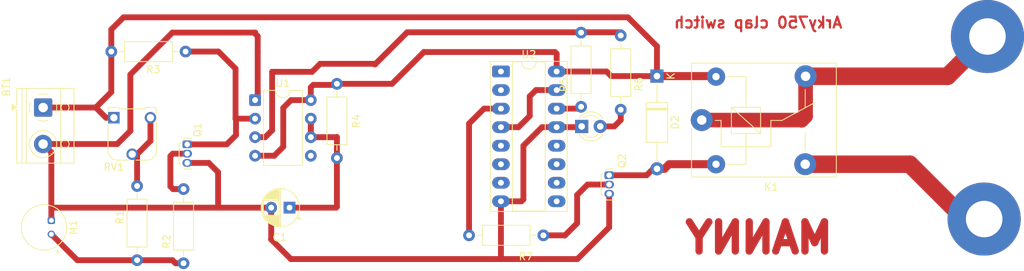
<source format=kicad_pcb>
(kicad_pcb (version 20241229) (generator "pcbnew") (generator_version "9.0")
  (layers (0 "F.Cu" signal) (2 "B.Cu" signal) (13 "F.Paste" user) (15 "B.Paste" user) (5 "F.SilkS" user "F.Silkscreen") (7 "B.SilkS" user "B.Silkscreen") (1 "F.Mask" user) (3 "B.Mask" user) (25 "Edge.Cuts" user))
  (net 0 "")
  (net 1 "Net-(U1-DIS)")
  (net 2 "Net-(D1-A)")
  (net 3 "Net-(D2-A)")
  (net 4 "Net-(M1-+)")
  (net 5 "Net-(Q1-C)")
  (net 6 "Net-(Q1-B)")
  (net 7 "Net-(Q2-B)")
  (net 8 "Net-(R1-Pad1)")
  (net 9 "Net-(U2-CLK)")
  (net 10 "Net-(U1-Q)")
  (net 11 "Net-(U2-Q0)")
  (net 13 "Net-(U2-Q2)")
  (net 23 "GND")
  (net 24 "VCC")
  (net 25 "K1")
  (net 26 "K2")
  (footprint "Diode_THT:D_A-405_P12.70mm_Horizontal" (layer "F.Cu") (at 205.915 46.285 -90)
    (property "Reference" "D2" (at 6.35 -2.47 90) (layer "F.SilkS"))
    (property "Value" "D" (hide yes))
    (fp_line (start 3.63 1.47) (end 9.07 1.47) (stroke (width 0.12)) (layer "F.SilkS"))
    (fp_line (start 9.07 1.47) (end 9.07 -1.47) (stroke (width 0.12)) (layer "F.SilkS"))
    (fp_line (start 1.14 0) (end 3.63 0) (stroke (width 0.12)) (layer "F.SilkS"))
    (fp_line (start 11.56 0) (end 9.07 0) (stroke (width 0.12)) (layer "F.SilkS"))
    (fp_line (start 3.63 -1.47) (end 3.63 1.47) (stroke (width 0.12)) (layer "F.SilkS"))
    (fp_line (start 4.41 -1.47) (end 4.41 1.47) (stroke (width 0.12)) (layer "F.SilkS"))
    (fp_line (start 4.53 -1.47) (end 4.53 1.47) (stroke (width 0.12)) (layer "F.SilkS"))
    (fp_line (start 4.65 -1.47) (end 4.65 1.47) (stroke (width 0.12)) (layer "F.SilkS"))
    (fp_line (start 9.07 -1.47) (end 3.63 -1.47) (stroke (width 0.12)) (layer "F.SilkS"))
    (fp_text user "K" (at 0 -1.9 90) (layer "F.SilkS"))
    (pad "1" thru_hole rect (at 0 0 270) (size 1.8 1.8) (drill 0.9) (layers "*.Cu" "*.Mask") (net 24 "VCC"))
    (pad "2" thru_hole oval (at 12.7 0 270) (size 1.8 1.8) (drill 0.9) (layers "*.Cu" "*.Mask") (net 3 "Net-(D2-A)"))
  )
  (footprint "Package_TO_SOT_THT:TO-92Flat" (layer "F.Cu") (at 141.675 55.64 -90)
    (property "Reference" "Q1" (at -1.99 -1.415 90) (layer "F.SilkS"))
    (property "Value" "NPN")
    (fp_line (start -0.01 1.1) (end 2.59 1.1) (stroke (width 0.12)) (layer "F.SilkS"))
    (fp_line (start -0.01 1.1) (end -0.26 0.85) (stroke (width 0.12)) (layer "F.SilkS"))
    (fp_line (start 2.59 1.1) (end 2.84 0.85) (stroke (width 0.12)) (layer "F.SilkS"))
    (fp_line (start -0.71 0.45) (end -0.86 0.3) (stroke (width 0.12)) (layer "F.SilkS"))
    (fp_line (start 3.24 0.45) (end 3.39 0.3) (stroke (width 0.12)) (layer "F.SilkS"))
    (fp_line (start -0.86 0.3) (end -0.86 -0.65) (stroke (width 0.12)) (layer "F.SilkS"))
    (fp_line (start 3.39 -0.65) (end 3.39 0.3) (stroke (width 0.12)) (layer "F.SilkS"))
    (pad "1" thru_hole roundrect (at 0 0 270) (size 1.05 1.3) (drill 0.75) (layers "*.Cu" "*.Mask") (roundrect_rratio 0.238) (net 5 "Net-(Q1-C)"))
    (pad "2" thru_hole oval (at 1.27 0 270) (size 1.05 1.3) (drill 0.75) (layers "*.Cu" "*.Mask") (net 6 "Net-(Q1-B)"))
    (pad "3" thru_hole oval (at 2.54 0 270) (size 1.05 1.3) (drill 0.75) (layers "*.Cu" "*.Mask") (net 23 "GND"))
  )
  (footprint "Resistor_THT:R_Axial_DIN0207_L6.3mm_D2.5mm_P10.16mm_Horizontal" (layer "F.Cu") (at 180.22 68.1)
    (property "Reference" "R7" (at 7.77 2.9 0) (layer "F.SilkS"))
    (property "Value" "1K")
    (fp_line (start 1.04 0) (end 1.81 0) (stroke (width 0.12)) (layer "F.SilkS"))
    (fp_line (start 1.81 -1.37) (end 1.81 1.37) (stroke (width 0.12)) (layer "F.SilkS"))
    (fp_line (start 1.81 1.37) (end 8.35 1.37) (stroke (width 0.12)) (layer "F.SilkS"))
    (fp_line (start 8.35 -1.37) (end 1.81 -1.37) (stroke (width 0.12)) (layer "F.SilkS"))
    (fp_line (start 8.35 1.37) (end 8.35 -1.37) (stroke (width 0.12)) (layer "F.SilkS"))
    (fp_line (start 9.12 0) (end 8.35 0) (stroke (width 0.12)) (layer "F.SilkS"))
    (pad "1" thru_hole circle (at 0 0) (size 1.6 1.6) (drill 0.8) (layers "*.Cu" "*.Mask") (net 11 "Net-(U2-Q0)"))
    (pad "2" thru_hole oval (at 10.16 0) (size 1.6 1.6) (drill 0.8) (layers "*.Cu" "*.Mask") (net 7 "Net-(Q2-B)"))
  )
  (footprint "Resistor_THT:R_Axial_DIN0207_L6.3mm_D2.5mm_P10.16mm_Horizontal" (layer "F.Cu") (at 195.54 50.49 90)
    (property "Reference" "R5" (at 2.99 -2.355 90) (layer "F.SilkS"))
    (property "Value" "1K")
    (fp_line (start 8.35 -1.37) (end 1.81 -1.37) (stroke (width 0.12)) (layer "F.SilkS"))
    (fp_line (start 1.81 -1.37) (end 1.81 1.37) (stroke (width 0.12)) (layer "F.SilkS"))
    (fp_line (start 9.12 0) (end 8.35 0) (stroke (width 0.12)) (layer "F.SilkS"))
    (fp_line (start 1.04 0) (end 1.81 0) (stroke (width 0.12)) (layer "F.SilkS"))
    (fp_line (start 8.35 1.37) (end 8.35 -1.37) (stroke (width 0.12)) (layer "F.SilkS"))
    (fp_line (start 1.81 1.37) (end 8.35 1.37) (stroke (width 0.12)) (layer "F.SilkS"))
    (pad "1" thru_hole circle (at 0 0 90) (size 1.6 1.6) (drill 0.8) (layers "*.Cu" "*.Mask") (net 9 "Net-(U2-CLK)"))
    (pad "2" thru_hole oval (at 10.16 0 90) (size 1.6 1.6) (drill 0.8) (layers "*.Cu" "*.Mask") (net 10 "Net-(U1-Q)"))
  )
  (footprint "Resistor_THT:R_Axial_DIN0207_L6.3mm_D2.5mm_P10.16mm_Horizontal" (layer "F.Cu") (at 200.96 40.73 -90)
    (property "Reference" "R6" (at 6.67 -2.465 90) (layer "F.SilkS"))
    (property "Value" "330")
    (fp_line (start 1.81 1.37) (end 8.35 1.37) (stroke (width 0.12)) (layer "F.SilkS"))
    (fp_line (start 8.35 1.37) (end 8.35 -1.37) (stroke (width 0.12)) (layer "F.SilkS"))
    (fp_line (start 1.04 0) (end 1.81 0) (stroke (width 0.12)) (layer "F.SilkS"))
    (fp_line (start 9.12 0) (end 8.35 0) (stroke (width 0.12)) (layer "F.SilkS"))
    (fp_line (start 1.81 -1.37) (end 1.81 1.37) (stroke (width 0.12)) (layer "F.SilkS"))
    (fp_line (start 8.35 -1.37) (end 1.81 -1.37) (stroke (width 0.12)) (layer "F.SilkS"))
    (pad "1" thru_hole circle (at 0 0 270) (size 1.6 1.6) (drill 0.8) (layers "*.Cu" "*.Mask") (net 10 "Net-(U1-Q)"))
    (pad "2" thru_hole oval (at 10.16 0 270) (size 1.6 1.6) (drill 0.8) (layers "*.Cu" "*.Mask") (net 2 "Net-(D1-A)"))
  )
  (footprint "Resistor_THT:R_Axial_DIN0207_L6.3mm_D2.5mm_P10.16mm_Horizontal" (layer "F.Cu") (at 134.825 61.345 -90)
    (property "Reference" "R1" (at 4.285 2.355 90) (layer "F.SilkS"))
    (property "Value" "10K")
    (fp_line (start 1.81 1.37) (end 8.35 1.37) (stroke (width 0.12)) (layer "F.SilkS"))
    (fp_line (start 8.35 1.37) (end 8.35 -1.37) (stroke (width 0.12)) (layer "F.SilkS"))
    (fp_line (start 1.04 0) (end 1.81 0) (stroke (width 0.12)) (layer "F.SilkS"))
    (fp_line (start 9.12 0) (end 8.35 0) (stroke (width 0.12)) (layer "F.SilkS"))
    (fp_line (start 1.81 -1.37) (end 1.81 1.37) (stroke (width 0.12)) (layer "F.SilkS"))
    (fp_line (start 8.35 -1.37) (end 1.81 -1.37) (stroke (width 0.12)) (layer "F.SilkS"))
    (pad "1" thru_hole circle (at 0 0 270) (size 1.6 1.6) (drill 0.8) (layers "*.Cu" "*.Mask") (net 8 "Net-(R1-Pad1)"))
    (pad "2" thru_hole oval (at 10.16 0 270) (size 1.6 1.6) (drill 0.8) (layers "*.Cu" "*.Mask") (net 4 "Net-(M1-+)"))
  )
  (footprint "Package_DIP:DIP-8_W7.62mm" (layer "F.Cu") (at 150.96 49.575)
    (property "Reference" "U1" (at 3.81 -2.33 0) (layer "F.SilkS"))
    (property "Value" "NE555P")
    (fp_line (start 1.16 -1.33) (end 1.16 8.95) (stroke (width 0.12)) (layer "F.SilkS"))
    (fp_line (start 1.16 8.95) (end 6.46 8.95) (stroke (width 0.12)) (layer "F.SilkS"))
    (fp_line (start 2.81 -1.33) (end 1.16 -1.33) (stroke (width 0.12)) (layer "F.SilkS"))
    (fp_line (start 6.46 -1.33) (end 4.81 -1.33) (stroke (width 0.12)) (layer "F.SilkS"))
    (fp_line (start 6.46 8.95) (end 6.46 -1.33) (stroke (width 0.12)) (layer "F.SilkS"))
    (fp_arc (start 4.81 -1.33) (mid 3.81 -0.33) (end 2.81 -1.33) (stroke (width 0.12)) (layer "F.SilkS"))
    (pad "1" thru_hole roundrect (at 0 0) (size 1.6 1.6) (drill 0.8) (layers "*.Cu" "*.Mask") (roundrect_rratio 0.15625) (net 23 "GND"))
    (pad "2" thru_hole circle (at 0 2.54) (size 1.6 1.6) (drill 0.8) (layers "*.Cu" "*.Mask") (net 5 "Net-(Q1-C)"))
    (pad "3" thru_hole circle (at 0 5.08) (size 1.6 1.6) (drill 0.8) (layers "*.Cu" "*.Mask") (net 10 "Net-(U1-Q)"))
    (pad "4" thru_hole circle (at 0 7.62) (size 1.6 1.6) (drill 0.8) (layers "*.Cu" "*.Mask") (net 24 "VCC"))
    (pad "5" thru_hole circle (at 7.62 7.62) (size 1.6 1.6) (drill 0.8) (layers "*.Cu" "*.Mask"))
    (pad "6" thru_hole circle (at 7.62 5.08) (size 1.6 1.6) (drill 0.8) (layers "*.Cu" "*.Mask") (net 1 "Net-(U1-DIS)"))
    (pad "7" thru_hole circle (at 7.62 2.54) (size 1.6 1.6) (drill 0.8) (layers "*.Cu" "*.Mask") (net 1 "Net-(U1-DIS)"))
    (pad "8" thru_hole circle (at 7.62 0) (size 1.6 1.6) (drill 0.8) (layers "*.Cu" "*.Mask") (net 24 "VCC"))
  )
  (footprint "Package_TO_SOT_THT:TO-92Flat" (layer "F.Cu") (at 199.38 59.87 -90)
    (property "Reference" "Q2" (at -1.98 -1.78 90) (layer "F.SilkS"))
    (property "Value" "NPN")
    (fp_line (start -0.01 1.1) (end 2.59 1.1) (stroke (width 0.12)) (layer "F.SilkS"))
    (fp_line (start -0.01 1.1) (end -0.26 0.85) (stroke (width 0.12)) (layer "F.SilkS"))
    (fp_line (start 2.59 1.1) (end 2.84 0.85) (stroke (width 0.12)) (layer "F.SilkS"))
    (fp_line (start -0.71 0.45) (end -0.86 0.3) (stroke (width 0.12)) (layer "F.SilkS"))
    (fp_line (start 3.24 0.45) (end 3.39 0.3) (stroke (width 0.12)) (layer "F.SilkS"))
    (fp_line (start -0.86 0.3) (end -0.86 -0.65) (stroke (width 0.12)) (layer "F.SilkS"))
    (fp_line (start 3.39 -0.65) (end 3.39 0.3) (stroke (width 0.12)) (layer "F.SilkS"))
    (pad "1" thru_hole roundrect (at 0 0 270) (size 1.05 1.3) (drill 0.75) (layers "*.Cu" "*.Mask") (roundrect_rratio 0.238) (net 3 "Net-(D2-A)"))
    (pad "2" thru_hole oval (at 1.27 0 270) (size 1.05 1.3) (drill 0.75) (layers "*.Cu" "*.Mask") (net 7 "Net-(Q2-B)"))
    (pad "3" thru_hole oval (at 2.54 0 270) (size 1.05 1.3) (drill 0.75) (layers "*.Cu" "*.Mask") (net 23 "GND"))
  )
  (footprint "Resistor_THT:R_Axial_DIN0207_L6.3mm_D2.5mm_P10.16mm_Horizontal" (layer "F.Cu") (at 141.175 61.765 -90)
    (property "Reference" "R2" (at 7.195 2.305 90) (layer "F.SilkS"))
    (property "Value" "1K")
    (fp_line (start 1.81 1.37) (end 8.35 1.37) (stroke (width 0.12)) (layer "F.SilkS"))
    (fp_line (start 8.35 1.37) (end 8.35 -1.37) (stroke (width 0.12)) (layer "F.SilkS"))
    (fp_line (start 1.04 0) (end 1.81 0) (stroke (width 0.12)) (layer "F.SilkS"))
    (fp_line (start 9.12 0) (end 8.35 0) (stroke (width 0.12)) (layer "F.SilkS"))
    (fp_line (start 1.81 -1.37) (end 1.81 1.37) (stroke (width 0.12)) (layer "F.SilkS"))
    (fp_line (start 8.35 -1.37) (end 1.81 -1.37) (stroke (width 0.12)) (layer "F.SilkS"))
    (pad "1" thru_hole circle (at 0 0 270) (size 1.6 1.6) (drill 0.8) (layers "*.Cu" "*.Mask") (net 6 "Net-(Q1-B)"))
    (pad "2" thru_hole oval (at 10.16 0 270) (size 1.6 1.6) (drill 0.8) (layers "*.Cu" "*.Mask") (net 4 "Net-(M1-+)"))
  )
  (footprint "LED_THT:LED_D3.0mm_Clear" (layer "F.Cu") (at 195.62 53.18)
    (property "Reference" "D1" (hide yes))
    (property "Value" "LED")
    (fp_line (start -0.29 -1.236) (end -0.29 -1.08) (stroke (width 0.12)) (layer "F.SilkS"))
    (fp_line (start -0.29 1.08) (end -0.29 1.236) (stroke (width 0.12)) (layer "F.SilkS"))
    (fp_arc (start -0.29 -1.235516) (mid 1.365624 -1.987701) (end 2.941397 -1.080061) (stroke (width 0.12)) (layer "F.SilkS"))
    (fp_arc (start 0.229039 -1.08) (mid 1.269964 -1.5) (end 2.31091 -1.080049) (stroke (width 0.12)) (layer "F.SilkS"))
    (fp_arc (start 2.31091 1.080049) (mid 1.269964 1.5) (end 0.229039 1.08) (stroke (width 0.12)) (layer "F.SilkS"))
    (fp_arc (start 2.941397 1.080061) (mid 1.365624 1.987701) (end -0.29 1.235516) (stroke (width 0.12)) (layer "F.SilkS"))
    (pad "1" thru_hole rect (at 0 0) (size 1.8 1.8) (drill 0.9) (layers "*.Cu" "*.Mask") (net 23 "GND"))
    (pad "2" thru_hole circle (at 2.54 0) (size 1.8 1.8) (drill 0.9) (layers "*.Cu" "*.Mask") (net 2 "Net-(D1-A)"))
  )
  (footprint "Capacitor_THT:CP_Radial_D5.0mm_P2.50mm" (layer "F.Cu") (at 155.665 64.31 180)
    (property "Reference" "C1" (at 1.330112 -4.075 0) (layer "F.SilkS"))
    (property "Value" "C_Polarized" (hide yes))
    (fp_line (start 3.851 -0.284) (end 3.851 0.284) (stroke (width 0.12)) (layer "F.SilkS"))
    (fp_line (start 3.811 -0.518) (end 3.811 0.518) (stroke (width 0.12)) (layer "F.SilkS"))
    (fp_line (start 3.771 -0.677) (end 3.771 0.677) (stroke (width 0.12)) (layer "F.SilkS"))
    (fp_line (start 3.731 -0.805) (end 3.731 0.805) (stroke (width 0.12)) (layer "F.SilkS"))
    (fp_line (start 3.691 -0.915) (end 3.691 0.915) (stroke (width 0.12)) (layer "F.SilkS"))
    (fp_line (start 3.651 -1.011) (end 3.651 1.011) (stroke (width 0.12)) (layer "F.SilkS"))
    (fp_line (start 3.611 -1.098) (end 3.611 1.098) (stroke (width 0.12)) (layer "F.SilkS"))
    (fp_line (start 3.571 -1.178) (end 3.571 1.178) (stroke (width 0.12)) (layer "F.SilkS"))
    (fp_line (start 3.531 1.04) (end 3.531 1.251) (stroke (width 0.12)) (layer "F.SilkS"))
    (fp_line (start 3.531 -1.251) (end 3.531 -1.04) (stroke (width 0.12)) (layer "F.SilkS"))
    (fp_line (start 3.491 1.04) (end 3.491 1.319) (stroke (width 0.12)) (layer "F.SilkS"))
    (fp_line (start 3.491 -1.319) (end 3.491 -1.04) (stroke (width 0.12)) (layer "F.SilkS"))
    (fp_line (start 3.451 1.04) (end 3.451 1.383) (stroke (width 0.12)) (layer "F.SilkS"))
    (fp_line (start 3.451 -1.383) (end 3.451 -1.04) (stroke (width 0.12)) (layer "F.SilkS"))
    (fp_line (start 3.411 1.04) (end 3.411 1.443) (stroke (width 0.12)) (layer "F.SilkS"))
    (fp_line (start 3.411 -1.443) (end 3.411 -1.04) (stroke (width 0.12)) (layer "F.SilkS"))
    (fp_line (start 3.371 1.04) (end 3.371 1.5) (stroke (width 0.12)) (layer "F.SilkS"))
    (fp_line (start 3.371 -1.5) (end 3.371 -1.04) (stroke (width 0.12)) (layer "F.SilkS"))
    (fp_line (start 3.331 1.04) (end 3.331 1.554) (stroke (width 0.12)) (layer "F.SilkS"))
    (fp_line (start 3.331 -1.554) (end 3.331 -1.04) (stroke (width 0.12)) (layer "F.SilkS"))
    (fp_line (start 3.291 1.04) (end 3.291 1.605) (stroke (width 0.12)) (layer "F.SilkS"))
    (fp_line (start 3.291 -1.605) (end 3.291 -1.04) (stroke (width 0.12)) (layer "F.SilkS"))
    (fp_line (start 3.251 1.04) (end 3.251 1.653) (stroke (width 0.12)) (layer "F.SilkS"))
    (fp_line (start 3.251 -1.653) (end 3.251 -1.04) (stroke (width 0.12)) (layer "F.SilkS"))
    (fp_line (start 3.211 1.04) (end 3.211 1.699) (stroke (width 0.12)) (layer "F.SilkS"))
    (fp_line (start 3.211 -1.699) (end 3.211 -1.04) (stroke (width 0.12)) (layer "F.SilkS"))
    (fp_line (start 3.171 1.04) (end 3.171 1.743) (stroke (width 0.12)) (layer "F.SilkS"))
    (fp_line (start 3.171 -1.743) (end 3.171 -1.04) (stroke (width 0.12)) (layer "F.SilkS"))
    (fp_line (start 3.131 1.04) (end 3.131 1.785) (stroke (width 0.12)) (layer "F.SilkS"))
    (fp_line (start 3.131 -1.785) (end 3.131 -1.04) (stroke (width 0.12)) (layer "F.SilkS"))
    (fp_line (start 3.091 1.04) (end 3.091 1.826) (stroke (width 0.12)) (layer "F.SilkS"))
    (fp_line (start 3.091 -1.826) (end 3.091 -1.04) (stroke (width 0.12)) (layer "F.SilkS"))
    (fp_line (start 3.051 1.04) (end 3.051 1.864) (stroke (width 0.12)) (layer "F.SilkS"))
    (fp_line (start 3.051 -1.864) (end 3.051 -1.04) (stroke (width 0.12)) (layer "F.SilkS"))
    (fp_line (start 3.011 1.04) (end 3.011 1.901) (stroke (width 0.12)) (layer "F.SilkS"))
    (fp_line (start 3.011 -1.901) (end 3.011 -1.04) (stroke (width 0.12)) (layer "F.SilkS"))
    (fp_line (start 2.971 1.04) (end 2.971 1.937) (stroke (width 0.12)) (layer "F.SilkS"))
    (fp_line (start 2.971 -1.937) (end 2.971 -1.04) (stroke (width 0.12)) (layer "F.SilkS"))
    (fp_line (start 2.931 1.04) (end 2.931 1.971) (stroke (width 0.12)) (layer "F.SilkS"))
    (fp_line (start 2.931 -1.971) (end 2.931 -1.04) (stroke (width 0.12)) (layer "F.SilkS"))
    (fp_line (start 2.891 1.04) (end 2.891 2.004) (stroke (width 0.12)) (layer "F.SilkS"))
    (fp_line (start 2.891 -2.004) (end 2.891 -1.04) (stroke (width 0.12)) (layer "F.SilkS"))
    (fp_line (start 2.851 1.04) (end 2.851 2.035) (stroke (width 0.12)) (layer "F.SilkS"))
    (fp_line (start 2.851 -2.035) (end 2.851 -1.04) (stroke (width 0.12)) (layer "F.SilkS"))
    (fp_line (start 2.811 1.04) (end 2.811 2.065) (stroke (width 0.12)) (layer "F.SilkS"))
    (fp_line (start 2.811 -2.065) (end 2.811 -1.04) (stroke (width 0.12)) (layer "F.SilkS"))
    (fp_line (start 2.771 1.04) (end 2.771 2.095) (stroke (width 0.12)) (layer "F.SilkS"))
    (fp_line (start 2.771 -2.095) (end 2.771 -1.04) (stroke (width 0.12)) (layer "F.SilkS"))
    (fp_line (start 2.731 1.04) (end 2.731 2.122) (stroke (width 0.12)) (layer "F.SilkS"))
    (fp_line (start 2.731 -2.122) (end 2.731 -1.04) (stroke (width 0.12)) (layer "F.SilkS"))
    (fp_line (start 2.691 1.04) (end 2.691 2.149) (stroke (width 0.12)) (layer "F.SilkS"))
    (fp_line (start 2.691 -2.149) (end 2.691 -1.04) (stroke (width 0.12)) (layer "F.SilkS"))
    (fp_line (start 2.651 1.04) (end 2.651 2.175) (stroke (width 0.12)) (layer "F.SilkS"))
    (fp_line (start 2.651 -2.175) (end 2.651 -1.04) (stroke (width 0.12)) (layer "F.SilkS"))
    (fp_line (start 2.611 1.04) (end 2.611 2.2) (stroke (width 0.12)) (layer "F.SilkS"))
    (fp_line (start 2.611 -2.2) (end 2.611 -1.04) (stroke (width 0.12)) (layer "F.SilkS"))
    (fp_line (start 2.571 1.04) (end 2.571 2.224) (stroke (width 0.12)) (layer "F.SilkS"))
    (fp_line (start 2.571 -2.224) (end 2.571 -1.04) (stroke (width 0.12)) (layer "F.SilkS"))
    (fp_line (start 2.531 1.04) (end 2.531 2.247) (stroke (width 0.12)) (layer "F.SilkS"))
    (fp_line (start 2.531 -2.247) (end 2.531 -1.04) (stroke (width 0.12)) (layer "F.SilkS"))
    (fp_line (start 2.491 1.04) (end 2.491 2.268) (stroke (width 0.12)) (layer "F.SilkS"))
    (fp_line (start 2.491 -2.268) (end 2.491 -1.04) (stroke (width 0.12)) (layer "F.SilkS"))
    (fp_line (start 2.451 1.04) (end 2.451 2.29) (stroke (width 0.12)) (layer "F.SilkS"))
    (fp_line (start 2.451 -2.29) (end 2.451 -1.04) (stroke (width 0.12)) (layer "F.SilkS"))
    (fp_line (start 2.411 1.04) (end 2.411 2.31) (stroke (width 0.12)) (layer "F.SilkS"))
    (fp_line (start 2.411 -2.31) (end 2.411 -1.04) (stroke (width 0.12)) (layer "F.SilkS"))
    (fp_line (start 2.371 1.04) (end 2.371 2.329) (stroke (width 0.12)) (layer "F.SilkS"))
    (fp_line (start 2.371 -2.329) (end 2.371 -1.04) (stroke (width 0.12)) (layer "F.SilkS"))
    (fp_line (start 2.331 1.04) (end 2.331 2.348) (stroke (width 0.12)) (layer "F.SilkS"))
    (fp_line (start 2.331 -2.348) (end 2.331 -1.04) (stroke (width 0.12)) (layer "F.SilkS"))
    (fp_line (start 2.291 1.04) (end 2.291 2.365) (stroke (width 0.12)) (layer "F.SilkS"))
    (fp_line (start 2.291 -2.365) (end 2.291 -1.04) (stroke (width 0.12)) (layer "F.SilkS"))
    (fp_line (start 2.251 1.04) (end 2.251 2.382) (stroke (width 0.12)) (layer "F.SilkS"))
    (fp_line (start 2.251 -2.382) (end 2.251 -1.04) (stroke (width 0.12)) (layer "F.SilkS"))
    (fp_line (start 2.211 1.04) (end 2.211 2.398) (stroke (width 0.12)) (layer "F.SilkS"))
    (fp_line (start 2.211 -2.398) (end 2.211 -1.04) (stroke (width 0.12)) (layer "F.SilkS"))
    (fp_line (start 2.171 1.04) (end 2.171 2.414) (stroke (width 0.12)) (layer "F.SilkS"))
    (fp_line (start 2.171 -2.414) (end 2.171 -1.04) (stroke (width 0.12)) (layer "F.SilkS"))
    (fp_line (start 2.131 1.04) (end 2.131 2.428) (stroke (width 0.12)) (layer "F.SilkS"))
    (fp_line (start 2.131 -2.428) (end 2.131 -1.04) (stroke (width 0.12)) (layer "F.SilkS"))
    (fp_line (start 2.091 1.04) (end 2.091 2.442) (stroke (width 0.12)) (layer "F.SilkS"))
    (fp_line (start 2.091 -2.442) (end 2.091 -1.04) (stroke (width 0.12)) (layer "F.SilkS"))
    (fp_line (start 2.051 1.04) (end 2.051 2.455) (stroke (width 0.12)) (layer "F.SilkS"))
    (fp_line (start 2.051 -2.455) (end 2.051 -1.04) (stroke (width 0.12)) (layer "F.SilkS"))
    (fp_line (start 2.011 1.04) (end 2.011 2.468) (stroke (width 0.12)) (layer "F.SilkS"))
    (fp_line (start 2.011 -2.468) (end 2.011 -1.04) (stroke (width 0.12)) (layer "F.SilkS"))
    (fp_line (start 1.971 1.04) (end 1.971 2.48) (stroke (width 0.12)) (layer "F.SilkS"))
    (fp_line (start 1.971 -2.48) (end 1.971 -1.04) (stroke (width 0.12)) (layer "F.SilkS"))
    (fp_line (start 1.93 1.04) (end 1.93 2.491) (stroke (width 0.12)) (layer "F.SilkS"))
    (fp_line (start 1.93 -2.491) (end 1.93 -1.04) (stroke (width 0.12)) (layer "F.SilkS"))
    (fp_line (start 1.89 1.04) (end 1.89 2.501) (stroke (width 0.12)) (layer "F.SilkS"))
    (fp_line (start 1.89 -2.501) (end 1.89 -1.04) (stroke (width 0.12)) (layer "F.SilkS"))
    (fp_line (start 1.85 1.04) (end 1.85 2.511) (stroke (width 0.12)) (layer "F.SilkS"))
    (fp_line (start 1.85 -2.511) (end 1.85 -1.04) (stroke (width 0.12)) (layer "F.SilkS"))
    (fp_line (start 1.81 1.04) (end 1.81 2.52) (stroke (width 0.12)) (layer "F.SilkS"))
    (fp_line (start 1.81 -2.52) (end 1.81 -1.04) (stroke (width 0.12)) (layer "F.SilkS"))
    (fp_line (start 1.77 1.04) (end 1.77 2.528) (stroke (width 0.12)) (layer "F.SilkS"))
    (fp_line (start 1.77 -2.528) (end 1.77 -1.04) (stroke (width 0.12)) (layer "F.SilkS"))
    (fp_line (start 1.73 1.04) (end 1.73 2.536) (stroke (width 0.12)) (layer "F.SilkS"))
    (fp_line (start 1.73 -2.536) (end 1.73 -1.04) (stroke (width 0.12)) (layer "F.SilkS"))
    (fp_line (start 1.69 1.04) (end 1.69 2.543) (stroke (width 0.12)) (layer "F.SilkS"))
    (fp_line (start 1.69 -2.543) (end 1.69 -1.04) (stroke (width 0.12)) (layer "F.SilkS"))
    (fp_line (start 1.65 1.04) (end 1.65 2.55) (stroke (width 0.12)) (layer "F.SilkS"))
    (fp_line (start 1.65 -2.55) (end 1.65 -1.04) (stroke (width 0.12)) (layer "F.SilkS"))
    (fp_line (start 1.61 1.04) (end 1.61 2.556) (stroke (width 0.12)) (layer "F.SilkS"))
    (fp_line (start 1.61 -2.556) (end 1.61 -1.04) (stroke (width 0.12)) (layer "F.SilkS"))
    (fp_line (start 1.57 1.04) (end 1.57 2.561) (stroke (width 0.12)) (layer "F.SilkS"))
    (fp_line (start 1.57 -2.561) (end 1.57 -1.04) (stroke (width 0.12)) (layer "F.SilkS"))
    (fp_line (start 1.53 1.04) (end 1.53 2.565) (stroke (width 0.12)) (layer "F.SilkS"))
    (fp_line (start 1.53 -2.565) (end 1.53 -1.04) (stroke (width 0.12)) (layer "F.SilkS"))
    (fp_line (start 1.49 1.04) (end 1.49 2.569) (stroke (width 0.12)) (layer "F.SilkS"))
    (fp_line (start 1.49 -2.569) (end 1.49 -1.04) (stroke (width 0.12)) (layer "F.SilkS"))
    (fp_line (start 1.45 -2.573) (end 1.45 2.573) (stroke (width 0.12)) (layer "F.SilkS"))
    (fp_line (start 1.41 -2.576) (end 1.41 2.576) (stroke (width 0.12)) (layer "F.SilkS"))
    (fp_line (start 1.37 -2.578) (end 1.37 2.578) (stroke (width 0.12)) (layer "F.SilkS"))
    (fp_line (start 1.33 -2.579) (end 1.33 2.579) (stroke (width 0.12)) (layer "F.SilkS"))
    (fp_line (start 1.29 -2.58) (end 1.29 2.58) (stroke (width 0.12)) (layer "F.SilkS"))
    (fp_line (start 1.25 -2.58) (end 1.25 2.58) (stroke (width 0.12)) (layer "F.SilkS"))
    (fp_line (start -1.304775 -1.725) (end -1.304775 -1.225) (stroke (width 0.12)) (layer "F.SilkS"))
    (fp_line (start -1.554775 -1.475) (end -1.054775 -1.475) (stroke (width 0.12)) (layer "F.SilkS"))
    (fp_circle (center 1.25 0) (end 3.87 0) (stroke (width 0.12)) (fill no) (layer "F.SilkS"))
    (pad "1" thru_hole rect (at 0 0 180) (size 1.6 1.6) (drill 0.8) (layers "*.Cu" "*.Mask") (net 1 "Net-(U1-DIS)"))
    (pad "2" thru_hole circle (at 2.5 0 180) (size 1.6 1.6) (drill 0.8) (layers "*.Cu" "*.Mask") (net 23 "GND"))
  )
  (footprint "Potentiometer_THT:Potentiometer_Runtron_RM-065_Vertical" (layer "F.Cu") (at 131.65 51.985)
    (property "Reference" "RV1" (at -0.01 6.775 0) (layer "F.SilkS"))
    (property "Value" "100K")
    (fp_line (start -0.81 -1.21) (end -0.81 -0.96) (stroke (width 0.12)) (layer "F.SilkS"))
    (fp_line (start -0.81 4.5) (end -0.81 0.96) (stroke (width 0.12)) (layer "F.SilkS"))
    (fp_line (start -0.71 -1.41) (end -0.71 -1.21) (stroke (width 0.12)) (layer "F.SilkS"))
    (fp_line (start -0.71 -1.41) (end 0.71 -1.41) (stroke (width 0.12)) (layer "F.SilkS"))
    (fp_line (start -0.71 -1.21) (end -0.81 -1.21) (stroke (width 0.12)) (layer "F.SilkS"))
    (fp_line (start 0.71 -1.21) (end 0.71 -1.41) (stroke (width 0.12)) (layer "F.SilkS"))
    (fp_line (start 0.71 -1.21) (end 4.29 -1.21) (stroke (width 0.12)) (layer "F.SilkS"))
    (fp_line (start 1.99 5.81) (end 0.5 5.81) (stroke (width 0.12)) (layer "F.SilkS"))
    (fp_line (start 4.29 -1.41) (end 5.71 -1.41) (stroke (width 0.12)) (layer "F.SilkS"))
    (fp_line (start 4.29 -1.21) (end 4.29 -1.41) (stroke (width 0.12)) (layer "F.SilkS"))
    (fp_line (start 4.5 5.81) (end 3.01 5.81) (stroke (width 0.12)) (layer "F.SilkS"))
    (fp_line (start 5.71 -1.41) (end 5.71 -1.21) (stroke (width 0.12)) (layer "F.SilkS"))
    (fp_line (start 5.71 -1.21) (end 5.81 -1.21) (stroke (width 0.12)) (layer "F.SilkS"))
    (fp_line (start 5.81 -1.21) (end 5.81 -0.52) (stroke (width 0.12)) (layer "F.SilkS"))
    (fp_line (start 5.81 0.52) (end 5.81 4.5) (stroke (width 0.12)) (layer "F.SilkS"))
    (fp_arc (start 0.5 5.81) (mid -0.42631 5.42631) (end -0.81 4.5) (stroke (width 0.12)) (layer "F.SilkS"))
    (fp_arc (start 5.81 4.5) (mid 5.42631 5.42631) (end 4.5 5.81) (stroke (width 0.12)) (layer "F.SilkS"))
    (pad "1" thru_hole rect (at 0 0) (size 1.56 1.56) (drill 1) (layers "*.Cu" "*.Mask") (net 24 "VCC"))
    (pad "2" thru_hole circle (at 2.5 5) (size 1.56 1.56) (drill 1) (layers "*.Cu" "*.Mask") (net 8 "Net-(R1-Pad1)"))
    (pad "3" thru_hole circle (at 5 0) (size 1.56 1.56) (drill 1) (layers "*.Cu" "*.Mask") (net 8 "Net-(R1-Pad1)"))
  )
  (footprint "Package_DIP:DIP-16_W7.62mm_Socket_LongPads" (layer "F.Cu") (at 184.5798 45.66)
    (property "Reference" "U2" (at 3.81 -2.33 0) (layer "F.SilkS"))
    (property "Value" "4017")
    (fp_line (start 1.56 -1.33) (end 1.56 19.11) (stroke (width 0.12)) (layer "F.SilkS"))
    (fp_line (start 1.56 19.11) (end 6.06 19.11) (stroke (width 0.12)) (layer "F.SilkS"))
    (fp_line (start 2.81 -1.33) (end 1.56 -1.33) (stroke (width 0.12)) (layer "F.SilkS"))
    (fp_line (start 6.06 -1.33) (end 4.81 -1.33) (stroke (width 0.12)) (layer "F.SilkS"))
    (fp_line (start 6.06 19.11) (end 6.06 -1.33) (stroke (width 0.12)) (layer "F.SilkS"))
    (fp_rect (start -1.44 -1.39) (end 9.06 19.17) (stroke (width 0.12)) (fill no) (layer "F.SilkS"))
    (fp_arc (start 4.81 -1.33) (mid 3.81 -0.33) (end 2.81 -1.33) (stroke (width 0.12)) (layer "F.SilkS"))
    (pad "1" thru_hole roundrect (at 0 0) (size 2.4 1.6) (drill 0.8) (layers "*.Cu" "*.Mask") (roundrect_rratio 0.15625))
    (pad "2" thru_hole oval (at 0 2.54) (size 2.4 1.6) (drill 0.8) (layers "*.Cu" "*.Mask"))
    (pad "3" thru_hole oval (at 0 5.08) (size 2.4 1.6) (drill 0.8) (layers "*.Cu" "*.Mask") (net 11 "Net-(U2-Q0)"))
    (pad "4" thru_hole oval (at 0 7.62) (size 2.4 1.6) (drill 0.8) (layers "*.Cu" "*.Mask") (net 13 "Net-(U2-Q2)"))
    (pad "5" thru_hole oval (at 0 10.16) (size 2.4 1.6) (drill 0.8) (layers "*.Cu" "*.Mask"))
    (pad "6" thru_hole oval (at 0 12.7) (size 2.4 1.6) (drill 0.8) (layers "*.Cu" "*.Mask"))
    (pad "7" thru_hole oval (at 0 15.24) (size 2.4 1.6) (drill 0.8) (layers "*.Cu" "*.Mask"))
    (pad "8" thru_hole oval (at 0 17.78) (size 2.4 1.6) (drill 0.8) (layers "*.Cu" "*.Mask") (net 23 "GND"))
    (pad "9" thru_hole oval (at 7.62 17.78) (size 2.4 1.6) (drill 0.8) (layers "*.Cu" "*.Mask"))
    (pad "10" thru_hole oval (at 7.62 15.24) (size 2.4 1.6) (drill 0.8) (layers "*.Cu" "*.Mask"))
    (pad "11" thru_hole oval (at 7.62 12.7) (size 2.4 1.6) (drill 0.8) (layers "*.Cu" "*.Mask"))
    (pad "12" thru_hole oval (at 7.62 10.16) (size 2.4 1.6) (drill 0.8) (layers "*.Cu" "*.Mask"))
    (pad "13" thru_hole oval (at 7.62 7.62) (size 2.4 1.6) (drill 0.8) (layers "*.Cu" "*.Mask") (net 23 "GND"))
    (pad "14" thru_hole oval (at 7.62 5.08) (size 2.4 1.6) (drill 0.8) (layers "*.Cu" "*.Mask") (net 9 "Net-(U2-CLK)"))
    (pad "15" thru_hole oval (at 7.62 2.54) (size 2.4 1.6) (drill 0.8) (layers "*.Cu" "*.Mask") (net 13 "Net-(U2-Q2)"))
    (pad "16" thru_hole oval (at 7.62 0) (size 2.4 1.6) (drill 0.8) (layers "*.Cu" "*.Mask") (net 24 "VCC"))
  )
  (footprint "TerminalBlock_RND:TerminalBlock_RND_205-00012_1x02_P5.00mm_Horizontal" (layer "F.Cu") (at 121.975 50.5925 -90)
    (property "Reference" "BT1" (at -2.8425 5.05 90) (layer "F.SilkS"))
    (property "Value" "Battery")
    (fp_line (start -2.62 3.62) (end -0.3 3.62) (stroke (width 0.12)) (layer "F.SilkS"))
    (fp_line (start 0.3 3.62) (end 7.62 3.62) (stroke (width 0.12)) (layer "F.SilkS"))
    (fp_line (start -2.62 2.9) (end 7.62 2.9) (stroke (width 0.12)) (layer "F.SilkS"))
    (fp_line (start -2.62 2.3) (end 7.62 2.3) (stroke (width 0.12)) (layer "F.SilkS"))
    (fp_line (start 3.895 1.331) (end 3.816 1.41) (stroke (width 0.12)) (layer "F.SilkS"))
    (fp_line (start 3.668 1.104) (end 3.589 1.183) (stroke (width 0.12)) (layer "F.SilkS"))
    (fp_line (start 6.411 -1.184) (end 6.332 -1.104) (stroke (width 0.12)) (layer "F.SilkS"))
    (fp_line (start 6.184 -1.411) (end 6.105 -1.331) (stroke (width 0.12)) (layer "F.SilkS"))
    (fp_line (start -2.62 -2.4) (end 7.62 -2.4) (stroke (width 0.12)) (layer "F.SilkS"))
    (fp_line (start -2.62 -4.22) (end -2.62 3.62) (stroke (width 0.12)) (layer "F.SilkS"))
    (fp_line (start -2.62 -4.22) (end 7.62 -4.22) (stroke (width 0.12)) (layer "F.SilkS"))
    (fp_line (start 7.62 -4.22) (end 7.62 3.62) (stroke (width 0.12)) (layer "F.SilkS"))
    (fp_arc (start 0.683 1.73) (mid -0.000144 1.859943) (end -0.683267 1.729894) (stroke (width 0.12)) (layer "F.SilkS"))
    (fp_arc (start -1.73 0.683) (mid -1.859943 -0.000144) (end -1.729894 -0.683267) (stroke (width 0.12)) (layer "F.SilkS"))
    (fp_arc (start 1.73 -0.683) (mid 1.859943 0.000144) (end 1.729894 0.683267) (stroke (width 0.12)) (layer "F.SilkS"))
    (fp_arc (start -0.683 -1.73) (mid 0.000144 -1.859943) (end 0.683267 -1.729894) (stroke (width 0.12)) (layer "F.SilkS"))
    (fp_circle (center 5 0) (end 6.86 0) (stroke (width 0.12)) (fill no) (layer "F.SilkS"))
    (fp_circle (center 0 -3) (end 0.55 -3) (stroke (width 0.12)) (fill no) (layer "F.SilkS"))
    (fp_circle (center 5 -3) (end 5.55 -3) (stroke (width 0.12)) (fill no) (layer "F.SilkS"))
    (fp_poly (pts (xy 0 3.62) (xy 0.44 4.23) (xy -0.44 4.23) (xy 0 3.62)) (stroke (width 0.12)) (fill yes) (layer "F.SilkS"))
    (pad "1" thru_hole roundrect (at 0 0 270) (size 2.5 2.5) (drill 1.3) (layers "*.Cu" "*.Mask") (roundrect_rratio 0.1) (net 24 "VCC"))
    (pad "2" thru_hole circle (at 5 0 270) (size 2.5 2.5) (drill 1.3) (layers "*.Cu" "*.Mask") (net 23 "GND"))
  )
  (footprint "Resistor_THT:R_Axial_DIN0207_L6.3mm_D2.5mm_P10.16mm_Horizontal" (layer "F.Cu") (at 162.15 47.345 -90)
    (property "Reference" "R4" (at 5.105 -2.69 90) (layer "F.SilkS"))
    (property "Value" "1K")
    (fp_line (start 1.81 1.37) (end 8.35 1.37) (stroke (width 0.12)) (layer "F.SilkS"))
    (fp_line (start 8.35 1.37) (end 8.35 -1.37) (stroke (width 0.12)) (layer "F.SilkS"))
    (fp_line (start 1.04 0) (end 1.81 0) (stroke (width 0.12)) (layer "F.SilkS"))
    (fp_line (start 9.12 0) (end 8.35 0) (stroke (width 0.12)) (layer "F.SilkS"))
    (fp_line (start 1.81 -1.37) (end 1.81 1.37) (stroke (width 0.12)) (layer "F.SilkS"))
    (fp_line (start 8.35 -1.37) (end 1.81 -1.37) (stroke (width 0.12)) (layer "F.SilkS"))
    (pad "1" thru_hole circle (at 0 0 270) (size 1.6 1.6) (drill 0.8) (layers "*.Cu" "*.Mask") (net 24 "VCC"))
    (pad "2" thru_hole oval (at 10.16 0 270) (size 1.6 1.6) (drill 0.8) (layers "*.Cu" "*.Mask") (net 1 "Net-(U1-DIS)"))
  )
  (footprint "Sensor_Audio:POM-2244P-C3310-2-R" (layer "F.Cu") (at 123.1 66.0575 -90)
    (property "Reference" "M1" (at 0.95 -3 90) (layer "F.SilkS"))
    (property "Value" "Microphone")
    (fp_line (start 4.3 -0.9) (end 4 -0.9) (stroke (width 0.12)) (layer "F.SilkS"))
    (fp_line (start 4.3 -0.9) (end 4.6 -0.9) (stroke (width 0.12)) (layer "F.SilkS"))
    (fp_line (start 4.3 -1.2) (end 4.3 -0.6) (stroke (width 0.12)) (layer "F.SilkS"))
    (fp_circle (center 0.95 1) (end 4.06 1) (stroke (width 0.12)) (fill no) (layer "F.SilkS"))
    (pad "1" thru_hole roundrect (at 0 0 270) (size 1 1) (drill 0.65) (layers "*.Cu" "*.Mask") (net 23 "GND"))
    (pad "2" thru_hole circle (at 1.9 0 270) (size 1 1) (drill 0.65) (layers "*.Cu" "*.Mask") (net 4 "Net-(M1-+)"))
  )
  (footprint "Resistor_THT:R_Axial_DIN0207_L6.3mm_D2.5mm_P10.16mm_Horizontal" (layer "F.Cu") (at 131.295 42.925)
    (property "Reference" "R3" (at 5.745 2.455 180) (layer "F.SilkS"))
    (property "Value" "100K")
    (fp_line (start 1.04 0) (end 1.81 0) (stroke (width 0.12)) (layer "F.SilkS"))
    (fp_line (start 1.81 -1.37) (end 1.81 1.37) (stroke (width 0.12)) (layer "F.SilkS"))
    (fp_line (start 1.81 1.37) (end 8.35 1.37) (stroke (width 0.12)) (layer "F.SilkS"))
    (fp_line (start 8.35 -1.37) (end 1.81 -1.37) (stroke (width 0.12)) (layer "F.SilkS"))
    (fp_line (start 8.35 1.37) (end 8.35 -1.37) (stroke (width 0.12)) (layer "F.SilkS"))
    (fp_line (start 9.12 0) (end 8.35 0) (stroke (width 0.12)) (layer "F.SilkS"))
    (pad "1" thru_hole circle (at 0 0) (size 1.6 1.6) (drill 0.8) (layers "*.Cu" "*.Mask") (net 24 "VCC"))
    (pad "2" thru_hole oval (at 10.16 0) (size 1.6 1.6) (drill 0.8) (layers "*.Cu" "*.Mask") (net 5 "Net-(Q1-C)"))
  )
  (footprint "Relay_THT:Relay_SPDT_SANYOU_SRD_Series_Form_C" (layer "F.Cu") (at 212.04 52.31)
    (property "Reference" "K1" (at 9.5 9.175 0) (layer "F.SilkS"))
    (property "Value" "Relay_DPDT")
    (fp_line (start -1.4 -7.8) (end -1.4 -1.2) (stroke (width 0.12)) (layer "F.SilkS"))
    (fp_line (start -1.4 -7.8) (end 18.4 -7.8) (stroke (width 0.12)) (layer "F.SilkS"))
    (fp_line (start -1.4 1.2) (end -1.4 7.8) (stroke (width 0.12)) (layer "F.SilkS"))
    (fp_line (start 2.65 0.05) (end 1.85 0.05) (stroke (width 0.12)) (layer "F.SilkS"))
    (fp_line (start 2.65 0.05) (end 2.65 3.65) (stroke (width 0.12)) (layer "F.SilkS"))
    (fp_line (start 3.55 6.05) (end 6.05 6.05) (stroke (width 0.12)) (layer "F.SilkS"))
    (fp_line (start 4.05 -1.75) (end 8.05 -1.75) (stroke (width 0.12)) (layer "F.SilkS"))
    (fp_line (start 4.05 1.85) (end 4.05 -1.75) (stroke (width 0.12)) (layer "F.SilkS"))
    (fp_line (start 6.05 -5.95) (end 3.55 -5.95) (stroke (width 0.12)) (layer "F.SilkS"))
    (fp_line (start 6.05 -5.95) (end 6.05 -1.75) (stroke (width 0.12)) (layer "F.SilkS"))
    (fp_line (start 6.05 1.85) (end 6.05 6.05) (stroke (width 0.12)) (layer "F.SilkS"))
    (fp_line (start 8.05 -1.75) (end 8.05 1.85) (stroke (width 0.12)) (layer "F.SilkS"))
    (fp_line (start 8.05 1.85) (end 4.05 -1.75) (stroke (width 0.12)) (layer "F.SilkS"))
    (fp_line (start 8.05 1.85) (end 4.05 1.85) (stroke (width 0.12)) (layer "F.SilkS"))
    (fp_line (start 9.45 0.05) (end 9.45 3.65) (stroke (width 0.12)) (layer "F.SilkS"))
    (fp_line (start 9.45 0.05) (end 10.95 0.05) (stroke (width 0.12)) (layer "F.SilkS"))
    (fp_line (start 9.45 3.65) (end 2.65 3.65) (stroke (width 0.12)) (layer "F.SilkS"))
    (fp_line (start 10.95 0.05) (end 15.55 -2.45) (stroke (width 0.12)) (layer "F.SilkS"))
    (fp_line (start 14.15 -4.2) (end 14.15 -1.7) (stroke (width 0.12)) (layer "F.SilkS"))
    (fp_line (start 14.15 4.2) (end 14.15 1.75) (stroke (width 0.12)) (layer "F.SilkS"))
    (fp_line (start 18.4 -7.8) (end 18.4 7.8) (stroke (width 0.12)) (layer "F.SilkS"))
    (fp_line (start 18.4 7.8) (end -1.4 7.8) (stroke (width 0.12)) (layer "F.SilkS"))
    (pad "1" thru_hole circle (at 0 0 90) (size 3 3) (drill 1.3) (layers "*.Cu" "*.Mask") (net 25 "K1"))
    (pad "2" thru_hole circle (at 1.95 6.05 90) (size 2.5 2.5) (drill 1) (layers "*.Cu" "*.Mask") (net 3 "Net-(D2-A)"))
    (pad "3" thru_hole circle (at 14.15 6.05 90) (size 3 3) (drill 1.3) (layers "*.Cu" "*.Mask") (net 26 "K2"))
    (pad "4" thru_hole circle (at 14.2 -6 90) (size 3 3) (drill 1.3) (layers "*.Cu" "*.Mask") (net 25 "K1"))
    (pad "5" thru_hole circle (at 1.95 -5.95 90) (size 2.5 2.5) (drill 1) (layers "*.Cu" "*.Mask") (net 24 "VCC"))
  )
  (gr_text "Arky750 clap switch " (at 231.41 39.84 0) (layer "F.Cu") (effects (font (size 1.5 1.5) (thickness 0.3) (bold yes)) (justify left bottom mirror)))
  (gr_text "MANNY" (at 230.43 70.79 0) (layer "F.Cu") (effects (font (size 4 4) (thickness 1) (bold yes)) (justify left bottom mirror)))
  (segment (start 158.58 53.385) (end 158.58 53.5167) (width 0.8) (layer "F.Cu") (net 1))
  (segment (start 158.58 54.655) (end 162.12 54.655) (width 0.8) (layer "F.Cu") (net 1))
  (segment (start 162.15 64.2) (end 162.15 57.505) (width 0.8) (layer "F.Cu") (net 1))
  (segment (start 158.58 52.115) (end 158.58 52.7087) (width 0.8) (layer "F.Cu") (net 1))
  (segment (start 158.58 53.9787) (end 158.58 54.02) (width 0.8) (layer "F.Cu") (net 1))
  (segment (start 162.04 64.31) (end 162.15 64.2) (width 0.8) (layer "F.Cu") (net 1))
  (segment (start 162.15 54.625) (end 162.15 57.505) (width 0.8) (layer "F.Cu") (net 1))
  (segment (start 155.665 64.31) (end 162.04 64.31) (width 0.8) (layer "F.Cu") (net 1))
  (segment (start 162.12 54.655) (end 162.15 54.625) (width 0.8) (layer "F.Cu") (net 1))
  (segment (start 158.58 52.75) (end 158.58 53.385) (width 0.8) (layer "F.Cu") (net 1))
  (segment (start 158.58 54.02) (end 158.58 54.655) (width 0.8) (layer "F.Cu") (net 1))
  (segment (start 158.58 52.7087) (end 158.58 52.75) (width 0.8) (layer "F.Cu") (net 1))
  (segment (start 158.58 53.5167) (end 158.58 53.9787) (width 0.8) (layer "F.Cu") (net 1))
  (segment (start 198.16 53.18) (end 200.08 53.18) (width 0.8) (layer "F.Cu") (net 2))
  (segment (start 200.96 52.3) (end 200.96 50.89) (width 0.8) (layer "F.Cu") (net 2))
  (segment (start 200.08 53.18) (end 200.96 52.3) (width 0.8) (layer "F.Cu") (net 2))
  (segment (start 199.38 59.87) (end 204.5 59.87) (width 0.8) (layer "F.Cu") (net 3))
  (segment (start 205.385 58.985) (end 205.915 58.985) (width 0.8) (layer "F.Cu") (net 3))
  (segment (start 207.576 58.36) (end 206.951 58.985) (width 1.1) (layer "F.Cu") (net 3))
  (segment (start 213.99 58.36) (end 207.576 58.36) (width 1.1) (layer "F.Cu") (net 3))
  (segment (start 206.951 58.985) (end 205.915 58.985) (width 1.1) (layer "F.Cu") (net 3))
  (segment (start 204.61 59.76) (end 205.385 58.985) (width 0.8) (layer "F.Cu") (net 3))
  (segment (start 204.5 59.87) (end 204.61 59.76) (width 0.8) (layer "F.Cu") (net 3))
  (segment (start 126.6475 71.505) (end 134.825 71.505) (width 0.8) (layer "F.Cu") (net 4))
  (segment (start 139.6533 71.505) (end 140.0733 71.925) (width 0.8) (layer "F.Cu") (net 4))
  (segment (start 123.1 67.9575) (end 126.6475 71.505) (width 0.8) (layer "F.Cu") (net 4))
  (segment (start 141.175 71.925) (end 140.0733 71.925) (width 0.8) (layer "F.Cu") (net 4))
  (segment (start 134.825 71.505) (end 139.6533 71.505) (width 0.8) (layer "F.Cu") (net 4))
  (segment (start 145.95 42.925) (end 141.455 42.925) (width 0.8) (layer "F.Cu") (net 5))
  (segment (start 148.29 52.115) (end 150.96 52.115) (width 0.8) (layer "F.Cu") (net 5))
  (segment (start 141.675 55.64) (end 147.085 55.64) (width 0.8) (layer "F.Cu") (net 5))
  (segment (start 147.085 55.64) (end 148.35 54.375) (width 0.8) (layer "F.Cu") (net 5))
  (segment (start 148.35 52.175) (end 148.29 52.115) (width 0.8) (layer "F.Cu") (net 5))
  (segment (start 148.35 54.375) (end 148.35 52.175) (width 0.8) (layer "F.Cu") (net 5))
  (segment (start 148.29 45.265) (end 145.95 42.925) (width 0.8) (layer "F.Cu") (net 5))
  (segment (start 148.29 52.115) (end 148.29 45.265) (width 0.8) (layer "F.Cu") (net 5))
  (segment (start 139.375 61.4) (end 139.375 57.25) (width 0.8) (layer "F.Cu") (net 6))
  (segment (start 141.175 61.765) (end 139.74 61.765) (width 0.8) (layer "F.Cu") (net 6))
  (segment (start 139.375 57.25) (end 139.715 56.91) (width 0.8) (layer "F.Cu") (net 6))
  (segment (start 139.715 56.91) (end 141.675 56.91) (width 0.8) (layer "F.Cu") (net 6))
  (segment (start 139.74 61.765) (end 139.375 61.4) (width 0.8) (layer "F.Cu") (net 6))
  (segment (start 194.9975 62.5725) (end 196.43 61.14) (width 0.8) (layer "F.Cu") (net 7))
  (segment (start 193.3 68.1) (end 190.38 68.1) (width 0.8) (layer "F.Cu") (net 7))
  (segment (start 196.43 61.14) (end 199.38 61.14) (width 0.8) (layer "F.Cu") (net 7))
  (segment (start 194.9975 66.4425) (end 193.32 68.12) (width 0.8) (layer "F.Cu") (net 7))
  (segment (start 193.32 68.12) (end 193.3 68.1) (width 0.8) (layer "F.Cu") (net 7))
  (segment (start 194.9975 62.5725) (end 194.9975 66.4425) (width 0.8) (layer "F.Cu") (net 7))
  (segment (start 136.65 55.16) (end 134.825 56.985) (width 0.8) (layer "F.Cu") (net 8))
  (segment (start 134.825 56.985) (end 134.825 61.345) (width 0.8) (layer "F.Cu") (net 8))
  (segment (start 136.65 51.985) (end 136.65 55.16) (width 0.8) (layer "F.Cu") (net 8))
  (segment (start 134.825 56.985) (end 134.15 56.985) (width 0.8) (layer "F.Cu") (net 8))
  (segment (start 192.1998 50.74) (end 195.29 50.74) (width 0.8) (layer "F.Cu") (net 9))
  (segment (start 195.29 50.74) (end 195.54 50.49) (width 0.2) (layer "F.Cu") (net 9))
  (segment (start 171.76 40.28) (end 201.03 40.28) (width 0.8) (layer "F.Cu") (net 10))
  (segment (start 158.75 45.7) (end 159.85 44.6) (width 0.8) (layer "F.Cu") (net 10))
  (segment (start 167.44 44.6) (end 171.76 40.28) (width 0.8) (layer "F.Cu") (net 10))
  (segment (start 167.35 44.6) (end 167.35 44.7) (width 0.8) (layer "F.Cu") (net 10))
  (segment (start 153.29 53.71) (end 153.29 45.7) (width 0.8) (layer "F.Cu") (net 10))
  (segment (start 159.85 44.6) (end 167.35 44.6) (width 0.8) (layer "F.Cu") (net 10))
  (segment (start 150.96 54.655) (end 152.345 54.655) (width 0.8) (layer "F.Cu") (net 10))
  (segment (start 152.345 54.655) (end 153.29 53.71) (width 0.8) (layer "F.Cu") (net 10))
  (segment (start 167.35 44.6) (end 167.44 44.6) (width 0.8) (layer "F.Cu") (net 10))
  (segment (start 153.29 45.7) (end 158.75 45.7) (width 0.8) (layer "F.Cu") (net 10))
  (segment (start 180.22 68.1) (end 180.22 52.79) (width 0.8) (layer "F.Cu") (net 11))
  (segment (start 182.27 50.74) (end 184.5798 50.74) (width 0.8) (layer "F.Cu") (net 11))
  (segment (start 180.22 52.79) (end 182.27 50.74) (width 0.8) (layer "F.Cu") (net 11))
  (segment (start 186.979585 53.28) (end 188.52 51.739585) (width 0.8) (layer "F.Cu") (net 13))
  (segment (start 188.52 51.739585) (end 188.52 49.05) (width 0.8) (layer "F.Cu") (net 13))
  (segment (start 188.52 49.05) (end 189.37 48.2) (width 0.8) (layer "F.Cu") (net 13))
  (segment (start 189.37 48.2) (end 192.1998 48.2) (width 0.8) (layer "F.Cu") (net 13))
  (segment (start 184.5798 53.28) (end 186.979585 53.28) (width 0.8) (layer "F.Cu") (net 13))
  (segment (start 121.975 55.5925) (end 132.1075 55.5925) (width 0.8) (layer "F.Cu") (net 23))
  (segment (start 123.1 64.31) (end 123.1 56.7175) (width 0.8) (layer "F.Cu") (net 23))
  (segment (start 150.975 40.475) (end 151.32 40.82) (width 0.8) (layer "F.Cu") (net 23))
  (segment (start 187.385 63.44) (end 187.65 63.175) (width 0.8) (layer "F.Cu") (net 23))
  (segment (start 133.9 46.075) (end 139.65 40.325) (width 0.8) (layer "F.Cu") (net 23))
  (segment (start 151.32 40.82) (end 151.32 43.06) (width 0.8) (layer "F.Cu") (net 23))
  (segment (start 123.1 66.0575) (end 123.1 64.31) (width 0.8) (layer "F.Cu") (net 23))
  (segment (start 146.011 64.31) (end 153.165 64.31) (width 0.8) (layer "F.Cu") (net 23))
  (segment (start 187.65 55.825) (end 190.195 53.28) (width 0.8) (layer "F.Cu") (net 23))
  (segment (start 145.9 59.45) (end 145.9 64.31) (width 0.8) (layer "F.Cu") (net 23))
  (segment (start 192.1998 53.28) (end 195.52 53.28) (width 0.8) (layer "F.Cu") (net 23))
  (segment (start 132.1075 55.5925) (end 133.9 53.8) (width 0.8) (layer "F.Cu") (net 23))
  (segment (start 184.5798 63.44) (end 184.5798 71.2098) (width 0.8) (layer "F.Cu") (net 23))
  (segment (start 150.975 40.325) (end 150.975 40.475) (width 0.8) (layer "F.Cu") (net 23))
  (segment (start 151.32 43.06) (end 151.32 49.215) (width 0.8) (layer "F.Cu") (net 23))
  (segment (start 195.52 53.28) (end 195.62 53.18) (width 0.8) (layer "F.Cu") (net 23))
  (segment (start 199.38 67.005) (end 199.38 62.41) (width 0.8) (layer "F.Cu") (net 23))
  (segment (start 151.32 49.215) (end 150.96 49.575) (width 0.8) (layer "F.Cu") (net 23))
  (segment (start 184.5798 63.44) (end 187.385 63.44) (width 0.8) (layer "F.Cu") (net 23))
  (segment (start 141.675 58.18) (end 144.63 58.18) (width 0.8) (layer "F.Cu") (net 23))
  (segment (start 153.15 68.65) (end 155.85 71.35) (width 0.8) (layer "F.Cu") (net 23))
  (segment (start 139.65 40.325) (end 150.975 40.325) (width 0.8) (layer "F.Cu") (net 23))
  (segment (start 187.65 63.175) (end 187.65 55.825) (width 0.8) (layer "F.Cu") (net 23))
  (segment (start 123.1 56.7175) (end 121.975 55.5925) (width 0.8) (layer "F.Cu") (net 23))
  (segment (start 153.165 64.31) (end 153.165 68.635) (width 0.8) (layer "F.Cu") (net 23))
  (segment (start 155.85 71.35) (end 184.72 71.35) (width 0.8) (layer "F.Cu") (net 23))
  (segment (start 133.9 53.8) (end 133.9 46.075) (width 0.8) (layer "F.Cu") (net 23))
  (segment (start 123.1 64.31) (end 145.9 64.31) (width 0.8) (layer "F.Cu") (net 23))
  (segment (start 184.72 71.35) (end 195.035 71.35) (width 0.8) (layer "F.Cu") (net 23))
  (segment (start 190.195 53.28) (end 192.1998 53.28) (width 0.8) (layer "F.Cu") (net 23))
  (segment (start 145.9 64.31) (end 146.011 64.31) (width 0.8) (layer "F.Cu") (net 23))
  (segment (start 144.63 58.18) (end 145.9 59.45) (width 0.8) (layer "F.Cu") (net 23))
  (segment (start 153.165 68.635) (end 153.15 68.65) (width 0.8) (layer "F.Cu") (net 23))
  (segment (start 195.035 71.35) (end 199.38 67.005) (width 0.8) (layer "F.Cu") (net 23))
  (segment (start 184.5798 71.2098) (end 184.72 71.35) (width 0.8) (layer "F.Cu") (net 23))
  (segment (start 192.185 53.28) (end 192.9359 53.28) (width 0.8) (layer "F.Cu") (net 23))
  (segment (start 131.1092 51.985) (end 131.65 51.985) (width 0.8) (layer "F.Cu") (net 24))
  (segment (start 154.81 55.965) (end 153.58 57.195) (width 0.8) (layer "F.Cu") (net 24))
  (segment (start 192.185 45.66) (end 199.0283 45.66) (width 0.8) (layer "F.Cu") (net 24))
  (segment (start 158.58 47.82) (end 158.91 47.49) (width 0.8) (layer "F.Cu") (net 24))
  (segment (start 213.915 46.285) (end 205.915 46.285) (width 1.1) (layer "F.Cu") (net 24))
  (segment (start 154.81 50.64) (end 154.81 55.965) (width 0.8) (layer "F.Cu") (net 24))
  (segment (start 131.295 39.905) (end 131.295 42.925) (width 0.8) (layer "F.Cu") (net 24))
  (segment (start 205.915 46.285) (end 205.915 42.205) (width 0.8) (layer "F.Cu") (net 24))
  (segment (start 199.0283 45.66) (end 199.6533 46.285) (width 0.8) (layer "F.Cu") (net 24))
  (segment (start 132.97 38.23) (end 131.295 39.905) (width 0.8) (layer "F.Cu") (net 24))
  (segment (start 158.58 49.575) (end 155.875 49.575) (width 0.8) (layer "F.Cu") (net 24))
  (segment (start 174.04 42.99) (end 191.97 42.99) (width 0.8) (layer "F.Cu") (net 24))
  (segment (start 155.875 49.575) (end 154.81 50.64) (width 0.8) (layer "F.Cu") (net 24))
  (segment (start 199.6533 46.285) (end 205.915 46.285) (width 0.8) (layer "F.Cu") (net 24))
  (segment (start 162.005 47.49) (end 162.15 47.345) (width 0.8) (layer "F.Cu") (net 24))
  (segment (start 158.58 49.575) (end 158.58 47.82) (width 0.8) (layer "F.Cu") (net 24))
  (segment (start 131.295 42.925) (end 131.295 48.4733) (width 0.8) (layer "F.Cu") (net 24))
  (segment (start 169.685 47.345) (end 174.04 42.99) (width 0.8) (layer "F.Cu") (net 24))
  (segment (start 153.58 57.195) (end 150.96 57.195) (width 0.8) (layer "F.Cu") (net 24))
  (segment (start 205.915 42.205) (end 201.94 38.23) (width 0.8) (layer "F.Cu") (net 24))
  (segment (start 131.295 48.4733) (end 129.1758 50.5925) (width 0.8) (layer "F.Cu") (net 24))
  (segment (start 192.1998 43.2198) (end 192.1998 45.66) (width 0.8) (layer "F.Cu") (net 24))
  (segment (start 162.15 47.345) (end 169.685 47.345) (width 0.8) (layer "F.Cu") (net 24))
  (segment (start 129.1758 50.5925) (end 130.5683 51.985) (width 0.8) (layer "F.Cu") (net 24))
  (segment (start 213.99 46.36) (end 213.915 46.285) (width 1.1) (layer "F.Cu") (net 24))
  (segment (start 131.1092 51.985) (end 130.5683 51.985) (width 0.8) (layer "F.Cu") (net 24))
  (segment (start 158.91 47.49) (end 162.005 47.49) (width 0.8) (layer "F.Cu") (net 24))
  (segment (start 191.97 42.99) (end 192.1998 43.2198) (width 0.8) (layer "F.Cu") (net 24))
  (segment (start 121.975 50.5925) (end 129.1758 50.5925) (width 0.8) (layer "F.Cu") (net 24))
  (segment (start 201.94 38.23) (end 132.97 38.23) (width 0.8) (layer "F.Cu") (net 24))
  (segment (start 226.24 46.31) (end 245.66 46.31) (width 2.4) (layer "F.Cu") (net 25))
  (segment (start 225.7 52.33) (end 226.24 51.79) (width 2) (layer "F.Cu") (net 25))
  (segment (start 245.66 46.31) (end 251.11 40.86) (width 2.4) (layer "F.Cu") (net 25))
  (segment (start 212.04 52.31) (end 225.68 52.31) (width 2) (layer "F.Cu") (net 25))
  (segment (start 226.24 51.79) (end 226.24 46.31) (width 2) (layer "F.Cu") (net 25))
  (segment (start 225.68 52.31) (end 225.7 52.33) (width 2) (layer "F.Cu") (net 25))
  (via (at 251.11 40.86) (size 10) (drill 5) (layers "F.Cu" "B.Cu") (net 25))
  (segment (start 226.19 58.36) (end 240.49 58.36) (width 2.4) (layer "F.Cu") (net 26))
  (segment (start 240.49 58.36) (end 248 65.87) (width 2.4) (layer "F.Cu") (net 26))
  (segment (start 248 65.87) (end 250.66 65.87) (width 2.4) (layer "F.Cu") (net 26))
  (via (at 250.66 65.87) (size 10) (drill 5) (layers "F.Cu" "B.Cu") (net 26))
)
</source>
